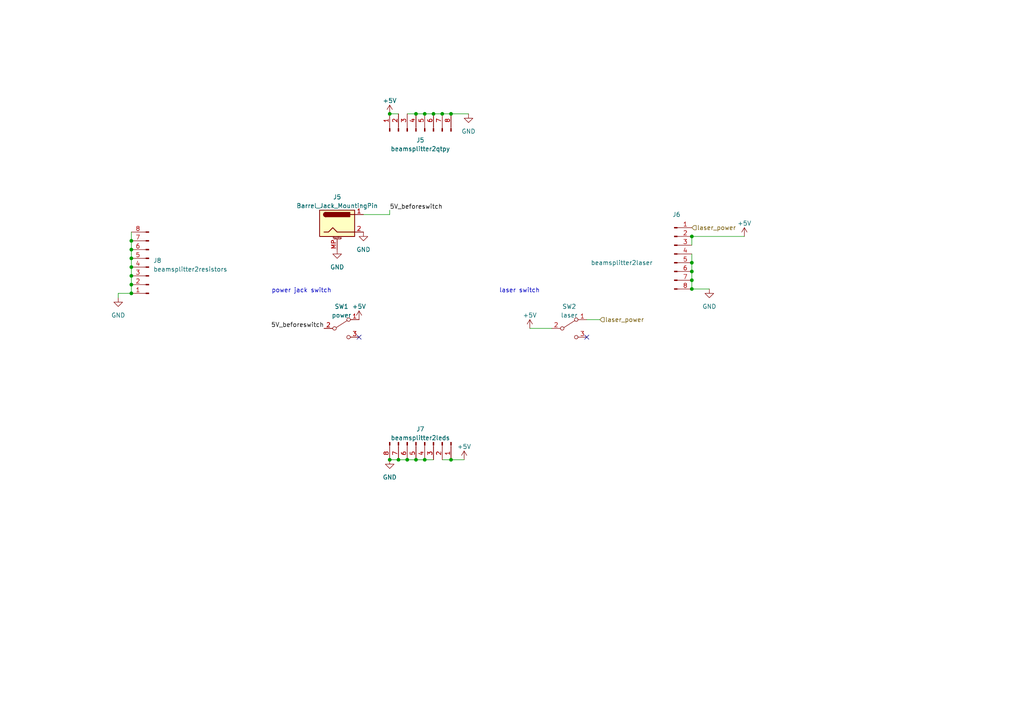
<source format=kicad_sch>
(kicad_sch (version 20230121) (generator eeschema)
  (paper "A4")
  (lib_symbols
    (symbol "2679:Barrel_Jack_MountingPin" (pin_names hide)
      (property "Reference" "J" (at 0 5.334 0))
      (property "Value" "Barrel_Jack_MountingPin" (at 1.27 -6.35 0))
      (symbol "Barrel_Jack_MountingPin_0_1"
        (rectangle (start -5.08 3.81) (end 5.08 -3.81) (stroke (width 0.254)) (fill (type background)))
        (arc (start -3.302 3.175) (mid -3.9343 2.54) (end -3.302 1.905) (stroke (width 0.254)))
        (arc (start -3.302 3.175) (mid -3.9343 2.54) (end -3.302 1.905) (stroke (width 0.254)) (fill (type outline)))
        (polyline (pts (xy 5.08 2.54) (xy 3.81 2.54)) (stroke (width 0.254)))
        (polyline (pts (xy -3.81 -2.54) (xy -2.54 -2.54) (xy -1.27 -1.27) (xy 0 -2.54) (xy 2.54 -2.54) (xy 5.08 -2.54)) (stroke (width 0.254)))
        (rectangle (start 3.683 3.175) (end -3.302 1.905) (stroke (width 0.254)) (fill (type outline)))
      )
      (symbol "Barrel_Jack_MountingPin_1_1"
        (polyline (pts (xy -1.016 -4.572) (xy 1.016 -4.572)) (stroke (width 0.1524)))
        (text "Mounting" (at 0 -4.191 0) (effects (font (size 0.381 0.381))))
        (pin passive line (at 7.62 2.54 180) (length 2.54) (name "~") (number "1"))
        (pin passive line (at 7.62 -2.54 180) (length 2.54) (name "~") (number "2"))
        (pin passive line (at 0 -7.62 90) (length 3.048) (name "MountPin") (number "MP"))
      )
    )
    (symbol "Connector:Conn_01x08_Pin" (pin_names (offset 1.016) hide)
      (property "Reference" "J" (at 0 10.16 0))
      (property "Value" "Conn_01x08_Pin" (at 0 -12.7 0))
      (symbol "Conn_01x08_Pin_1_1"
        (polyline (pts (xy 1.27 -10.16) (xy 0.8636 -10.16)) (stroke (width 0.1524)))
        (polyline (pts (xy 1.27 -7.62) (xy 0.8636 -7.62)) (stroke (width 0.1524)))
        (polyline (pts (xy 1.27 -5.08) (xy 0.8636 -5.08)) (stroke (width 0.1524)))
        (polyline (pts (xy 1.27 -2.54) (xy 0.8636 -2.54)) (stroke (width 0.1524)))
        (polyline (pts (xy 1.27 0) (xy 0.8636 0)) (stroke (width 0.1524)))
        (polyline (pts (xy 1.27 2.54) (xy 0.8636 2.54)) (stroke (width 0.1524)))
        (polyline (pts (xy 1.27 5.08) (xy 0.8636 5.08)) (stroke (width 0.1524)))
        (polyline (pts (xy 1.27 7.62) (xy 0.8636 7.62)) (stroke (width 0.1524)))
        (rectangle (start 0.8636 -10.033) (end 0 -10.287) (stroke (width 0.1524)) (fill (type outline)))
        (rectangle (start 0.8636 -7.493) (end 0 -7.747) (stroke (width 0.1524)) (fill (type outline)))
        (rectangle (start 0.8636 -4.953) (end 0 -5.207) (stroke (width 0.1524)) (fill (type outline)))
        (rectangle (start 0.8636 -2.413) (end 0 -2.667) (stroke (width 0.1524)) (fill (type outline)))
        (rectangle (start 0.8636 0.127) (end 0 -0.127) (stroke (width 0.1524)) (fill (type outline)))
        (rectangle (start 0.8636 2.667) (end 0 2.413) (stroke (width 0.1524)) (fill (type outline)))
        (rectangle (start 0.8636 5.207) (end 0 4.953) (stroke (width 0.1524)) (fill (type outline)))
        (rectangle (start 0.8636 7.747) (end 0 7.493) (stroke (width 0.1524)) (fill (type outline)))
        (pin passive line (at 5.08 7.62 180) (length 3.81) (name "Pin_1") (number "1"))
        (pin passive line (at 5.08 5.08 180) (length 3.81) (name "Pin_2") (number "2"))
        (pin passive line (at 5.08 2.54 180) (length 3.81) (name "Pin_3") (number "3"))
        (pin passive line (at 5.08 0 180) (length 3.81) (name "Pin_4") (number "4"))
        (pin passive line (at 5.08 -2.54 180) (length 3.81) (name "Pin_5") (number "5"))
        (pin passive line (at 5.08 -5.08 180) (length 3.81) (name "Pin_6") (number "6"))
        (pin passive line (at 5.08 -7.62 180) (length 3.81) (name "Pin_7") (number "7"))
        (pin passive line (at 5.08 -10.16 180) (length 3.81) (name "Pin_8") (number "8"))
      )
    )
    (symbol "Switch:SW_SPDT" (pin_names (offset 0) hide)
      (property "Reference" "SW" (at 0 4.318 0))
      (property "Value" "SW_SPDT" (at 0 -5.08 0))
      (symbol "SW_SPDT_0_0"
        (circle (center -2.032 0) (radius 0.508))
        (circle (center 2.032 -2.54) (radius 0.508))
      )
      (symbol "SW_SPDT_0_1"
        (polyline (pts (xy -1.524 0.254) (xy 1.651 2.286)))
        (circle (center 2.032 2.54) (radius 0.508))
      )
      (symbol "SW_SPDT_1_1"
        (pin passive line (at 5.08 2.54 180) (length 2.54) (name "A") (number "1"))
        (pin passive line (at -5.08 0 0) (length 2.54) (name "B") (number "2"))
        (pin passive line (at 5.08 -2.54 180) (length 2.54) (name "C") (number "3"))
      )
    )
    (symbol "power:+5V" (power) (pin_names (offset 0))
      (property "Value" "+5V" (at 0 3.556 0))
      (symbol "+5V_0_1"
        (polyline (pts (xy -0.762 1.27) (xy 0 2.54)))
        (polyline (pts (xy 0 0) (xy 0 2.54)))
        (polyline (pts (xy 0 2.54) (xy 0.762 1.27)))
      )
      (symbol "+5V_1_1"
        (pin power_in line (at 0 0 90) (length 0) hide (name "+5V") (number "1"))
      )
    )
    (symbol "power:GND" (power) (pin_names (offset 0))
      (property "Value" "GND" (at 0 -3.81 0))
      (symbol "GND_0_1"
        (polyline (pts (xy 0 0) (xy 0 -1.27) (xy 1.27 -1.27) (xy 0 -2.54) (xy -1.27 -1.27) (xy 0 -1.27)))
      )
      (symbol "GND_1_1"
        (pin power_in line (at 0 0 270) (length 0) hide (name "GND") (number "1"))
      )
    )
  )
  (junction (at 200.66 81.28))
  (junction (at 38.1 82.55))
  (junction (at 38.1 80.01))
  (junction (at 128.27 33.02))
  (junction (at 118.11 133.35))
  (junction (at 38.1 77.47))
  (junction (at 200.66 68.58))
  (junction (at 200.66 83.82))
  (junction (at 120.65 133.35))
  (junction (at 38.1 69.85))
  (junction (at 38.1 85.09))
  (junction (at 123.19 133.35))
  (junction (at 120.65 33.02))
  (junction (at 200.66 78.74))
  (junction (at 123.19 33.02))
  (junction (at 113.03 33.02))
  (junction (at 200.66 76.2))
  (junction (at 113.03 133.35))
  (junction (at 130.81 133.35))
  (junction (at 38.1 72.39))
  (junction (at 38.1 74.93))
  (junction (at 115.57 133.35))
  (junction (at 125.73 33.02))
  (junction (at 130.81 33.02))
  (no_connect (at 170.18 97.79))
  (no_connect (at 104.14 97.79))
  (wire (pts (xy 200.66 78.74) (xy 200.66 81.28)))
  (wire (pts (xy 200.66 81.28) (xy 200.66 83.82)))
  (wire (pts (xy 200.66 68.58) (xy 200.66 71.12)))
  (wire (pts (xy 38.1 80.01) (xy 38.1 82.55)))
  (wire (pts (xy 153.67 95.25) (xy 160.02 95.25)))
  (wire (pts (xy 113.03 33.02) (xy 115.57 33.02)))
  (wire (pts (xy 200.66 68.58) (xy 215.9 68.58)))
  (wire (pts (xy 200.66 73.66) (xy 200.66 76.2)))
  (wire (pts (xy 200.66 76.2) (xy 200.66 78.74)))
  (wire (pts (xy 123.19 133.35) (xy 125.73 133.35)))
  (wire (pts (xy 113.03 60.96) (xy 113.03 62.23)))
  (wire (pts (xy 113.03 62.23) (xy 105.41 62.23)))
  (wire (pts (xy 34.29 86.36) (xy 34.29 85.09)))
  (wire (pts (xy 130.81 133.35) (xy 134.62 133.35)))
  (wire (pts (xy 130.81 33.02) (xy 135.89 33.02)))
  (wire (pts (xy 118.11 133.35) (xy 120.65 133.35)))
  (wire (pts (xy 200.66 83.82) (xy 205.74 83.82)))
  (wire (pts (xy 38.1 82.55) (xy 38.1 85.09)))
  (wire (pts (xy 115.57 133.35) (xy 118.11 133.35)))
  (wire (pts (xy 173.99 92.71) (xy 170.18 92.71)))
  (wire (pts (xy 38.1 72.39) (xy 38.1 74.93)))
  (wire (pts (xy 123.19 33.02) (xy 125.73 33.02)))
  (wire (pts (xy 34.29 85.09) (xy 38.1 85.09)))
  (wire (pts (xy 120.65 33.02) (xy 123.19 33.02)))
  (wire (pts (xy 38.1 77.47) (xy 38.1 80.01)))
  (wire (pts (xy 128.27 133.35) (xy 130.81 133.35)))
  (wire (pts (xy 38.1 74.93) (xy 38.1 77.47)))
  (wire (pts (xy 38.1 69.85) (xy 38.1 72.39)))
  (wire (pts (xy 120.65 133.35) (xy 123.19 133.35)))
  (wire (pts (xy 118.11 33.02) (xy 120.65 33.02)))
  (wire (pts (xy 113.03 133.35) (xy 115.57 133.35)))
  (wire (pts (xy 128.27 33.02) (xy 130.81 33.02)))
  (wire (pts (xy 125.73 33.02) (xy 128.27 33.02)))
  (wire (pts (xy 38.1 67.31) (xy 38.1 69.85)))
  (text "laser switch\n" (at 144.78 85.09 0) (effects (font (size 1.27 1.27)) (justify left bottom)))
  (text "power jack switch\n" (at 78.74 85.09 0) (effects (font (size 1.27 1.27)) (justify left bottom)))
  (label "5V_beforeswitch" (at 93.98 95.25 180))
  (label "5V_beforeswitch" (at 113.03 60.96 0))
  (hierarchical_label "laser_power" (shape input) (at 173.99 92.71 0))
  (hierarchical_label "laser_power" (shape input) (at 200.66 66.04 0))
  (symbol (lib_id "Switch:SW_SPDT") (at 99.06 95.25 0) (unit 1)
    (property "Reference" "SW1" (at 99.06 88.9 0))
    (property "Value" "power" (at 99.06 91.44 0))
    (property "Footprint" "Connector_PinSocket_2.54mm:PinSocket_1x03_P2.54mm_Vertical" (effects hide))
  )
  (symbol (lib_id "Connector:Conn_01x08_Pin") (at 123.19 128.27 270) (unit 1)
    (property "Reference" "J7" (at 121.92 124.46 90))
    (property "Value" "beamsplitter2leds" (at 121.92 127 90))
    (property "Footprint" "Connector_PinHeader_2.54mm:PinHeader_1x08_P2.54mm_Horizontal" (effects hide))
    (instances (project "puzzle_cube" (path "" (reference "J7") (unit 1)) (path "" (reference "J19") (unit 1))))
  )
  (symbol (lib_id "Connector:Conn_01x08_Pin") (at 120.65 38.1 90) (unit 1)
    (property "Reference" "J5" (at 121.92 40.64 90))
    (property "Value" "beamsplitter2qtpy" (at 121.92 43.18 90))
    (property "Footprint" "Connector_PinHeader_2.54mm:PinHeader_1x08_P2.54mm_Horizontal" (effects hide))
    (instances (project "puzzle_cube" (path "" (reference "J5") (unit 1)) (path "" (reference "J18") (unit 1))))
  )
  (symbol (lib_id "power:GND") (at 205.74 83.82 0) (unit 1)
    (property "Reference" "#PWR032" (effects hide))
    (property "Value" "GND" (at 205.74 88.9 0))
  )
  (symbol (lib_id "Connector:Conn_01x08_Pin") (at 43.18 77.47 180) (unit 1)
    (property "Reference" "J8" (at 44.45 75.565 0) (effects (justify right)))
    (property "Value" "beamsplitter2resistors" (at 44.45 78.105 0) (effects (justify right)))
    (property "Footprint" "Connector_PinHeader_2.54mm:PinHeader_1x08_P2.54mm_Horizontal" (effects hide))
    (instances (project "puzzle_cube" (path "" (reference "J8") (unit 1)) (path "" (reference "J17") (unit 1))))
  )
  (symbol (lib_id "power:+5V") (at 134.62 133.35 0) (unit 1)
    (property "Reference" "#PWR015" (effects hide))
    (property "Value" "+5V" (at 134.62 129.54 0))
    (instances (project "qtpy" (path "" (reference "#PWR015") (unit 1))) (project "puzzle_cube" (path "" (reference "#PWR015") (unit 1)) (path "" (reference "#PWR020") (unit 1)) (path "" (reference "#PWR035") (unit 1))))
  )
  (symbol (lib_id "power:+5V") (at 104.14 92.71 0) (unit 1)
    (property "Reference" "#PWR027" (effects hide))
    (property "Value" "+5V" (at 104.14 88.9 0))
  )
  (symbol (lib_id "power:+5V") (at 153.67 95.25 0) (unit 1)
    (property "Reference" "#PWR030" (effects hide))
    (property "Value" "+5V" (at 153.67 91.44 0))
  )
  (symbol (lib_id "power:GND") (at 34.29 86.36 0) (unit 1)
    (property "Reference" "#PWR033" (effects hide))
    (property "Value" "GND" (at 34.29 91.44 0))
  )
  (symbol (lib_id "power:GND") (at 97.79 72.39 0) (unit 1)
    (property "Reference" "#PWR031" (effects hide))
    (property "Value" "GND" (at 97.79 77.47 0))
    (instances (project "biostack_flippers" (path "" (reference "#PWR031") (unit 1))) (project "puzzle_cube" (path "" (reference "#PWR025") (unit 1))))
  )
  (symbol (lib_id "2679:Barrel_Jack_MountingPin") (at 97.79 64.77 0) (unit 1)
    (property "Reference" "J5" (at 97.79 57.15 0))
    (property "Value" "Barrel_Jack_MountingPin" (at 97.79 59.69 0))
    (property "Footprint" "Connector_BarrelJack:BarrelJack_Kycon_KLDX-0202-xC_Horizontal" (effects hide))
    (instances (project "biostack_flippers" (path "" (reference "J5") (unit 1))) (project "puzzle_cube" (path "" (reference "J15") (unit 1))))
  )
  (symbol (lib_id "power:GND") (at 113.03 133.35 0) (unit 1)
    (property "Reference" "#PWR036" (effects hide))
    (property "Value" "GND" (at 113.03 138.43 0))
  )
  (symbol (lib_id "Switch:SW_SPDT") (at 165.1 95.25 0) (unit 1)
    (property "Reference" "SW2" (at 165.1 88.9 0))
    (property "Value" "laser" (at 165.1 91.44 0))
    (property "Footprint" "Connector_PinSocket_2.54mm:PinSocket_1x03_P2.54mm_Vertical" (effects hide))
  )
  (symbol (lib_id "power:GND") (at 105.41 67.31 0) (unit 1)
    (property "Reference" "#PWR032" (effects hide))
    (property "Value" "GND" (at 105.41 72.39 0))
    (instances (project "biostack_flippers" (path "" (reference "#PWR032") (unit 1))) (project "puzzle_cube" (path "" (reference "#PWR026") (unit 1))))
  )
  (symbol (lib_id "power:+5V") (at 215.9 68.58 0) (unit 1)
    (property "Reference" "#PWR015" (effects hide))
    (property "Value" "+5V" (at 215.9 64.77 0))
    (instances (project "qtpy" (path "" (reference "#PWR015") (unit 1))) (project "puzzle_cube" (path "" (reference "#PWR015") (unit 1)) (path "" (reference "#PWR020") (unit 1)) (path "" (reference "#PWR031") (unit 1))))
  )
  (symbol (lib_id "power:+5V") (at 113.03 33.02 0) (unit 1)
    (property "Reference" "#PWR015" (effects hide))
    (property "Value" "+5V" (at 113.03 29.21 0))
    (instances (project "qtpy" (path "" (reference "#PWR015") (unit 1))) (project "puzzle_cube" (path "" (reference "#PWR015") (unit 1)) (path "" (reference "#PWR020") (unit 1)) (path "" (reference "#PWR028") (unit 1))))
  )
  (symbol (lib_id "power:GND") (at 135.89 33.02 0) (unit 1)
    (property "Reference" "#PWR016" (effects hide))
    (property "Value" "GND" (at 135.89 38.1 0))
    (instances (project "qtpy" (path "" (reference "#PWR016") (unit 1))) (project "puzzle_cube" (path "" (reference "#PWR016") (unit 1)) (path "" (reference "#PWR019") (unit 1)) (path "" (reference "#PWR029") (unit 1))))
  )
  (symbol (lib_id "Connector:Conn_01x08_Pin") (at 195.58 73.66 0) (unit 1)
    (property "Reference" "J6" (at 196.215 62.23 0))
    (property "Value" "beamsplitter2laser" (at 180.34 76.2 0))
    (property "Footprint" "Connector_PinHeader_2.54mm:PinHeader_1x08_P2.54mm_Horizontal" (effects hide))
    (instances (project "puzzle_cube" (path "" (reference "J6") (unit 1)) (path "" (reference "J20") (unit 1))))
  )
)
</source>
